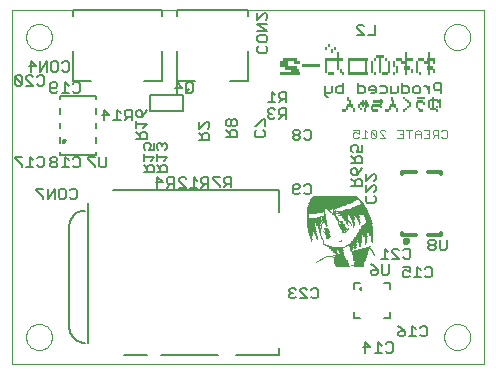
<source format=gbo>
G75*
%MOIN*%
%OFA0B0*%
%FSLAX24Y24*%
%IPPOS*%
%LPD*%
%AMOC8*
5,1,8,0,0,1.08239X$1,22.5*
%
%ADD10C,0.0000*%
%ADD11R,0.0060X0.0010*%
%ADD12R,0.0120X0.0010*%
%ADD13R,0.0180X0.0010*%
%ADD14R,0.0300X0.0010*%
%ADD15R,0.0240X0.0010*%
%ADD16R,0.0360X0.0010*%
%ADD17C,0.0050*%
%ADD18R,0.0094X0.0016*%
%ADD19R,0.0189X0.0016*%
%ADD20R,0.0661X0.0016*%
%ADD21R,0.0283X0.0016*%
%ADD22R,0.0378X0.0016*%
%ADD23R,0.0567X0.0016*%
%ADD24R,0.0472X0.0016*%
%ADD25R,0.0295X0.0012*%
%ADD26R,0.0484X0.0012*%
%ADD27R,0.0307X0.0012*%
%ADD28R,0.0496X0.0012*%
%ADD29R,0.0319X0.0012*%
%ADD30R,0.0331X0.0012*%
%ADD31R,0.0472X0.0012*%
%ADD32R,0.0354X0.0012*%
%ADD33R,0.0461X0.0012*%
%ADD34R,0.0012X0.0012*%
%ADD35R,0.0366X0.0012*%
%ADD36R,0.0437X0.0012*%
%ADD37R,0.0035X0.0012*%
%ADD38R,0.0024X0.0012*%
%ADD39R,0.0449X0.0012*%
%ADD40R,0.0378X0.0012*%
%ADD41R,0.0390X0.0012*%
%ADD42R,0.0425X0.0012*%
%ADD43R,0.0402X0.0012*%
%ADD44R,0.0413X0.0012*%
%ADD45R,0.0047X0.0012*%
%ADD46R,0.0165X0.0012*%
%ADD47R,0.0224X0.0012*%
%ADD48R,0.0189X0.0012*%
%ADD49R,0.0059X0.0012*%
%ADD50R,0.0142X0.0012*%
%ADD51R,0.0094X0.0012*%
%ADD52R,0.0508X0.0012*%
%ADD53R,0.0083X0.0012*%
%ADD54R,0.0520X0.0012*%
%ADD55R,0.0106X0.0012*%
%ADD56R,0.0531X0.0012*%
%ADD57R,0.0118X0.0012*%
%ADD58R,0.0543X0.0012*%
%ADD59R,0.0130X0.0012*%
%ADD60R,0.0154X0.0012*%
%ADD61R,0.0177X0.0012*%
%ADD62R,0.0201X0.0012*%
%ADD63R,0.0260X0.0012*%
%ADD64R,0.0071X0.0012*%
%ADD65R,0.0213X0.0012*%
%ADD66R,0.0248X0.0012*%
%ADD67R,0.0283X0.0012*%
%ADD68R,0.0272X0.0012*%
%ADD69R,0.0236X0.0012*%
%ADD70R,0.1063X0.0012*%
%ADD71R,0.1004X0.0012*%
%ADD72R,0.1016X0.0012*%
%ADD73R,0.0933X0.0012*%
%ADD74R,0.0579X0.0012*%
%ADD75R,0.0874X0.0012*%
%ADD76R,0.0591X0.0012*%
%ADD77R,0.0827X0.0012*%
%ADD78R,0.0780X0.0012*%
%ADD79R,0.0732X0.0012*%
%ADD80R,0.0602X0.0012*%
%ADD81R,0.0709X0.0012*%
%ADD82R,0.0661X0.0012*%
%ADD83R,0.0614X0.0012*%
%ADD84R,0.0980X0.0012*%
%ADD85R,0.1039X0.0012*%
%ADD86R,0.0343X0.0012*%
%ADD87R,0.1075X0.0012*%
%ADD88R,0.1110X0.0012*%
%ADD89R,0.1157X0.0012*%
%ADD90R,0.1181X0.0012*%
%ADD91R,0.1217X0.0012*%
%ADD92R,0.1240X0.0012*%
%ADD93R,0.1252X0.0012*%
%ADD94R,0.1287X0.0012*%
%ADD95R,0.1335X0.0012*%
%ADD96R,0.1370X0.0012*%
%ADD97R,0.1382X0.0012*%
%ADD98R,0.1417X0.0012*%
%ADD99R,0.1429X0.0012*%
%ADD100R,0.1453X0.0012*%
%ADD101R,0.1465X0.0012*%
%ADD102R,0.1488X0.0012*%
%ADD103R,0.1512X0.0012*%
%ADD104R,0.1535X0.0012*%
%ADD105R,0.1547X0.0012*%
%ADD106R,0.1559X0.0012*%
%ADD107R,0.1654X0.0012*%
%ADD108R,0.1642X0.0012*%
%ADD109R,0.1618X0.0012*%
%ADD110R,0.1594X0.0012*%
%ADD111R,0.1583X0.0012*%
%ADD112R,0.1441X0.0012*%
%ADD113C,0.0040*%
%ADD114C,0.0080*%
%ADD115C,0.0060*%
%ADD116C,0.0120*%
%ADD117C,0.0039*%
D10*
X002071Y001060D02*
X002071Y012871D01*
X017819Y012871D01*
X017819Y001060D01*
X002071Y001060D01*
X002544Y001965D02*
X002546Y002006D01*
X002552Y002047D01*
X002562Y002087D01*
X002575Y002126D01*
X002592Y002163D01*
X002613Y002199D01*
X002637Y002233D01*
X002664Y002264D01*
X002693Y002292D01*
X002726Y002318D01*
X002760Y002340D01*
X002797Y002359D01*
X002835Y002374D01*
X002875Y002386D01*
X002915Y002394D01*
X002956Y002398D01*
X002998Y002398D01*
X003039Y002394D01*
X003079Y002386D01*
X003119Y002374D01*
X003157Y002359D01*
X003193Y002340D01*
X003228Y002318D01*
X003261Y002292D01*
X003290Y002264D01*
X003317Y002233D01*
X003341Y002199D01*
X003362Y002163D01*
X003379Y002126D01*
X003392Y002087D01*
X003402Y002047D01*
X003408Y002006D01*
X003410Y001965D01*
X003408Y001924D01*
X003402Y001883D01*
X003392Y001843D01*
X003379Y001804D01*
X003362Y001767D01*
X003341Y001731D01*
X003317Y001697D01*
X003290Y001666D01*
X003261Y001638D01*
X003228Y001612D01*
X003194Y001590D01*
X003157Y001571D01*
X003119Y001556D01*
X003079Y001544D01*
X003039Y001536D01*
X002998Y001532D01*
X002956Y001532D01*
X002915Y001536D01*
X002875Y001544D01*
X002835Y001556D01*
X002797Y001571D01*
X002761Y001590D01*
X002726Y001612D01*
X002693Y001638D01*
X002664Y001666D01*
X002637Y001697D01*
X002613Y001731D01*
X002592Y001767D01*
X002575Y001804D01*
X002562Y001843D01*
X002552Y001883D01*
X002546Y001924D01*
X002544Y001965D01*
X002544Y011965D02*
X002546Y012006D01*
X002552Y012047D01*
X002562Y012087D01*
X002575Y012126D01*
X002592Y012163D01*
X002613Y012199D01*
X002637Y012233D01*
X002664Y012264D01*
X002693Y012292D01*
X002726Y012318D01*
X002760Y012340D01*
X002797Y012359D01*
X002835Y012374D01*
X002875Y012386D01*
X002915Y012394D01*
X002956Y012398D01*
X002998Y012398D01*
X003039Y012394D01*
X003079Y012386D01*
X003119Y012374D01*
X003157Y012359D01*
X003193Y012340D01*
X003228Y012318D01*
X003261Y012292D01*
X003290Y012264D01*
X003317Y012233D01*
X003341Y012199D01*
X003362Y012163D01*
X003379Y012126D01*
X003392Y012087D01*
X003402Y012047D01*
X003408Y012006D01*
X003410Y011965D01*
X003408Y011924D01*
X003402Y011883D01*
X003392Y011843D01*
X003379Y011804D01*
X003362Y011767D01*
X003341Y011731D01*
X003317Y011697D01*
X003290Y011666D01*
X003261Y011638D01*
X003228Y011612D01*
X003194Y011590D01*
X003157Y011571D01*
X003119Y011556D01*
X003079Y011544D01*
X003039Y011536D01*
X002998Y011532D01*
X002956Y011532D01*
X002915Y011536D01*
X002875Y011544D01*
X002835Y011556D01*
X002797Y011571D01*
X002761Y011590D01*
X002726Y011612D01*
X002693Y011638D01*
X002664Y011666D01*
X002637Y011697D01*
X002613Y011731D01*
X002592Y011767D01*
X002575Y011804D01*
X002562Y011843D01*
X002552Y011883D01*
X002546Y011924D01*
X002544Y011965D01*
X016481Y011965D02*
X016483Y012006D01*
X016489Y012047D01*
X016499Y012087D01*
X016512Y012126D01*
X016529Y012163D01*
X016550Y012199D01*
X016574Y012233D01*
X016601Y012264D01*
X016630Y012292D01*
X016663Y012318D01*
X016697Y012340D01*
X016734Y012359D01*
X016772Y012374D01*
X016812Y012386D01*
X016852Y012394D01*
X016893Y012398D01*
X016935Y012398D01*
X016976Y012394D01*
X017016Y012386D01*
X017056Y012374D01*
X017094Y012359D01*
X017130Y012340D01*
X017165Y012318D01*
X017198Y012292D01*
X017227Y012264D01*
X017254Y012233D01*
X017278Y012199D01*
X017299Y012163D01*
X017316Y012126D01*
X017329Y012087D01*
X017339Y012047D01*
X017345Y012006D01*
X017347Y011965D01*
X017345Y011924D01*
X017339Y011883D01*
X017329Y011843D01*
X017316Y011804D01*
X017299Y011767D01*
X017278Y011731D01*
X017254Y011697D01*
X017227Y011666D01*
X017198Y011638D01*
X017165Y011612D01*
X017131Y011590D01*
X017094Y011571D01*
X017056Y011556D01*
X017016Y011544D01*
X016976Y011536D01*
X016935Y011532D01*
X016893Y011532D01*
X016852Y011536D01*
X016812Y011544D01*
X016772Y011556D01*
X016734Y011571D01*
X016698Y011590D01*
X016663Y011612D01*
X016630Y011638D01*
X016601Y011666D01*
X016574Y011697D01*
X016550Y011731D01*
X016529Y011767D01*
X016512Y011804D01*
X016499Y011843D01*
X016489Y011883D01*
X016483Y011924D01*
X016481Y011965D01*
X016481Y001965D02*
X016483Y002006D01*
X016489Y002047D01*
X016499Y002087D01*
X016512Y002126D01*
X016529Y002163D01*
X016550Y002199D01*
X016574Y002233D01*
X016601Y002264D01*
X016630Y002292D01*
X016663Y002318D01*
X016697Y002340D01*
X016734Y002359D01*
X016772Y002374D01*
X016812Y002386D01*
X016852Y002394D01*
X016893Y002398D01*
X016935Y002398D01*
X016976Y002394D01*
X017016Y002386D01*
X017056Y002374D01*
X017094Y002359D01*
X017130Y002340D01*
X017165Y002318D01*
X017198Y002292D01*
X017227Y002264D01*
X017254Y002233D01*
X017278Y002199D01*
X017299Y002163D01*
X017316Y002126D01*
X017329Y002087D01*
X017339Y002047D01*
X017345Y002006D01*
X017347Y001965D01*
X017345Y001924D01*
X017339Y001883D01*
X017329Y001843D01*
X017316Y001804D01*
X017299Y001767D01*
X017278Y001731D01*
X017254Y001697D01*
X017227Y001666D01*
X017198Y001638D01*
X017165Y001612D01*
X017131Y001590D01*
X017094Y001571D01*
X017056Y001556D01*
X017016Y001544D01*
X016976Y001536D01*
X016935Y001532D01*
X016893Y001532D01*
X016852Y001536D01*
X016812Y001544D01*
X016772Y001556D01*
X016734Y001571D01*
X016698Y001590D01*
X016663Y001612D01*
X016630Y001638D01*
X016601Y001666D01*
X016574Y001697D01*
X016550Y001731D01*
X016529Y001767D01*
X016512Y001804D01*
X016499Y001843D01*
X016489Y001883D01*
X016483Y001924D01*
X016481Y001965D01*
D11*
X016232Y009464D03*
X016232Y009474D03*
X016232Y009484D03*
X016232Y009494D03*
X016232Y009504D03*
X016232Y009514D03*
X016232Y009584D03*
X016232Y009594D03*
X016232Y009604D03*
X016232Y009614D03*
X016232Y009624D03*
X016232Y009634D03*
X016352Y009634D03*
X016352Y009624D03*
X016352Y009614D03*
X016352Y009604D03*
X016352Y009594D03*
X016352Y009584D03*
X016352Y009644D03*
X016352Y009654D03*
X016352Y009664D03*
X016352Y009674D03*
X016352Y009684D03*
X016352Y009694D03*
X016352Y009704D03*
X016352Y009714D03*
X016352Y009724D03*
X016352Y009734D03*
X016352Y009744D03*
X016352Y009754D03*
X016352Y009824D03*
X016352Y009834D03*
X016352Y009844D03*
X016352Y009854D03*
X016352Y009864D03*
X016352Y009874D03*
X016112Y009884D03*
X016112Y009894D03*
X016112Y009904D03*
X016112Y009914D03*
X016112Y009924D03*
X016112Y009934D03*
X016112Y009814D03*
X016112Y009804D03*
X016112Y009794D03*
X016112Y009784D03*
X016112Y009774D03*
X016112Y009764D03*
X016112Y009754D03*
X016112Y009744D03*
X016112Y009734D03*
X016112Y009724D03*
X016112Y009714D03*
X016112Y009704D03*
X016112Y009694D03*
X016112Y009684D03*
X016112Y009674D03*
X016112Y009664D03*
X016112Y009654D03*
X016112Y009644D03*
X016112Y009634D03*
X016112Y009624D03*
X016112Y009614D03*
X016112Y009604D03*
X016112Y009594D03*
X016112Y009584D03*
X015992Y009584D03*
X015992Y009594D03*
X015992Y009604D03*
X015992Y009614D03*
X015992Y009624D03*
X015992Y009634D03*
X015992Y009644D03*
X015992Y009654D03*
X015992Y009664D03*
X015992Y009674D03*
X015992Y009684D03*
X015992Y009694D03*
X015992Y009704D03*
X015992Y009714D03*
X015992Y009724D03*
X015992Y009734D03*
X015992Y009744D03*
X015992Y009754D03*
X015992Y009764D03*
X015992Y009774D03*
X015992Y009784D03*
X015992Y009794D03*
X015992Y009804D03*
X015992Y009814D03*
X015812Y009754D03*
X015812Y009744D03*
X015812Y009734D03*
X015812Y009724D03*
X015812Y009714D03*
X015812Y009704D03*
X015632Y009574D03*
X015632Y009564D03*
X015632Y009554D03*
X015632Y009544D03*
X015632Y009534D03*
X015632Y009524D03*
X015572Y009584D03*
X015572Y009594D03*
X015572Y009604D03*
X015572Y009614D03*
X015572Y009624D03*
X015572Y009634D03*
X015572Y009644D03*
X015572Y009654D03*
X015572Y009664D03*
X015572Y009674D03*
X015572Y009684D03*
X015572Y009694D03*
X015572Y009704D03*
X015572Y009714D03*
X015572Y009724D03*
X015572Y009734D03*
X015572Y009744D03*
X015572Y009754D03*
X015332Y009754D03*
X015332Y009744D03*
X015332Y009734D03*
X015332Y009724D03*
X015332Y009714D03*
X015332Y009704D03*
X015332Y009694D03*
X015332Y009684D03*
X015332Y009674D03*
X015332Y009664D03*
X015332Y009654D03*
X015332Y009644D03*
X015272Y009634D03*
X015272Y009624D03*
X015272Y009614D03*
X015272Y009604D03*
X015272Y009594D03*
X015272Y009584D03*
X015212Y009574D03*
X015212Y009564D03*
X015212Y009554D03*
X015212Y009544D03*
X015212Y009534D03*
X015212Y009524D03*
X015152Y009514D03*
X015152Y009504D03*
X015152Y009494D03*
X015152Y009484D03*
X015152Y009474D03*
X015152Y009464D03*
X014912Y009474D03*
X014912Y009484D03*
X014912Y009494D03*
X014912Y009504D03*
X014912Y009514D03*
X014912Y009524D03*
X014912Y009534D03*
X014912Y009544D03*
X014912Y009554D03*
X014912Y009564D03*
X014912Y009574D03*
X014852Y009584D03*
X014852Y009594D03*
X014852Y009604D03*
X014852Y009614D03*
X014852Y009624D03*
X014852Y009634D03*
X014792Y009704D03*
X014792Y009714D03*
X014792Y009724D03*
X014792Y009734D03*
X014792Y009744D03*
X014792Y009754D03*
X014792Y009764D03*
X014792Y009774D03*
X014792Y009784D03*
X014792Y009794D03*
X014792Y009804D03*
X014792Y009814D03*
X014732Y009824D03*
X014732Y009834D03*
X014732Y009844D03*
X014732Y009854D03*
X014732Y009864D03*
X014732Y009874D03*
X014732Y009884D03*
X014732Y009894D03*
X014732Y009904D03*
X014732Y009914D03*
X014732Y009924D03*
X014732Y009934D03*
X014672Y009634D03*
X014672Y009624D03*
X014672Y009614D03*
X014672Y009604D03*
X014672Y009594D03*
X014672Y009584D03*
X014672Y009574D03*
X014672Y009564D03*
X014672Y009554D03*
X014672Y009544D03*
X014672Y009534D03*
X014672Y009524D03*
X014372Y009584D03*
X014372Y009594D03*
X014372Y009604D03*
X014372Y009614D03*
X014372Y009624D03*
X014372Y009634D03*
X014372Y009704D03*
X014372Y009714D03*
X014372Y009724D03*
X014372Y009734D03*
X014372Y009744D03*
X014372Y009754D03*
X014372Y009824D03*
X014372Y009834D03*
X014372Y009844D03*
X014372Y009854D03*
X014372Y009864D03*
X014372Y009874D03*
X014072Y009634D03*
X014072Y009624D03*
X014072Y009614D03*
X014072Y009604D03*
X014072Y009594D03*
X014072Y009584D03*
X014072Y009574D03*
X014072Y009564D03*
X014072Y009554D03*
X014072Y009544D03*
X014072Y009534D03*
X014072Y009524D03*
X013892Y009584D03*
X013892Y009594D03*
X013892Y009604D03*
X013892Y009614D03*
X013892Y009624D03*
X013892Y009634D03*
X013832Y009574D03*
X013832Y009564D03*
X013832Y009554D03*
X013832Y009544D03*
X013832Y009534D03*
X013832Y009524D03*
X013832Y009514D03*
X013832Y009504D03*
X013832Y009494D03*
X013832Y009484D03*
X013832Y009474D03*
X013832Y009464D03*
X013712Y009524D03*
X013712Y009534D03*
X013712Y009544D03*
X013712Y009554D03*
X013712Y009564D03*
X013712Y009574D03*
X013652Y009584D03*
X013652Y009594D03*
X013652Y009604D03*
X013652Y009614D03*
X013652Y009624D03*
X013652Y009634D03*
X013652Y009644D03*
X013652Y009654D03*
X013652Y009664D03*
X013652Y009674D03*
X013652Y009684D03*
X013652Y009694D03*
X013772Y009694D03*
X013772Y009684D03*
X013772Y009674D03*
X013772Y009664D03*
X013772Y009654D03*
X013772Y009644D03*
X013772Y009764D03*
X013772Y009774D03*
X013772Y009784D03*
X013772Y009794D03*
X013772Y009804D03*
X013772Y009814D03*
X013892Y009814D03*
X013892Y009804D03*
X013892Y009794D03*
X013892Y009784D03*
X013892Y009774D03*
X013892Y009764D03*
X013472Y009574D03*
X013472Y009564D03*
X013472Y009554D03*
X013472Y009544D03*
X013472Y009534D03*
X013472Y009524D03*
X013472Y009514D03*
X013472Y009504D03*
X013472Y009494D03*
X013472Y009484D03*
X013472Y009474D03*
X013472Y009464D03*
X013412Y009584D03*
X013412Y009594D03*
X013412Y009604D03*
X013412Y009614D03*
X013412Y009624D03*
X013412Y009634D03*
X013352Y009704D03*
X013352Y009714D03*
X013352Y009724D03*
X013352Y009734D03*
X013352Y009744D03*
X013352Y009754D03*
X013352Y009764D03*
X013352Y009774D03*
X013352Y009784D03*
X013352Y009794D03*
X013352Y009804D03*
X013352Y009814D03*
X013292Y009824D03*
X013292Y009834D03*
X013292Y009844D03*
X013292Y009854D03*
X013292Y009864D03*
X013292Y009874D03*
X013292Y009884D03*
X013292Y009894D03*
X013292Y009904D03*
X013292Y009914D03*
X013292Y009924D03*
X013292Y009934D03*
X013232Y009634D03*
X013232Y009624D03*
X013232Y009614D03*
X013232Y009604D03*
X013232Y009594D03*
X013232Y009584D03*
X013232Y009574D03*
X013232Y009564D03*
X013232Y009554D03*
X013232Y009544D03*
X013232Y009534D03*
X013232Y009524D03*
X015152Y009884D03*
X015152Y009894D03*
X015152Y009904D03*
X015152Y009914D03*
X015152Y009924D03*
X015152Y009934D03*
X015212Y009874D03*
X015212Y009864D03*
X015212Y009854D03*
X015212Y009844D03*
X015212Y009834D03*
X015212Y009824D03*
X015272Y009814D03*
X015272Y009804D03*
X015272Y009794D03*
X015272Y009784D03*
X015272Y009774D03*
X015272Y009764D03*
D12*
X015722Y009514D03*
X015722Y009504D03*
X015722Y009494D03*
X015722Y009484D03*
X015722Y009474D03*
X015722Y009464D03*
X016322Y009764D03*
X016322Y009774D03*
X016322Y009784D03*
X016322Y009794D03*
X016322Y009804D03*
X016322Y009814D03*
X014582Y009514D03*
X014582Y009504D03*
X014582Y009494D03*
X014582Y009484D03*
X014582Y009474D03*
X014582Y009464D03*
X013922Y009644D03*
X013922Y009654D03*
X013922Y009664D03*
X013922Y009674D03*
X013922Y009684D03*
X013922Y009694D03*
X013142Y009514D03*
X013142Y009504D03*
X013142Y009494D03*
X013142Y009484D03*
X013142Y009474D03*
X013142Y009464D03*
D13*
X013352Y009644D03*
X013352Y009654D03*
X013352Y009664D03*
X013352Y009674D03*
X013352Y009684D03*
X013352Y009694D03*
X014192Y009514D03*
X014192Y009504D03*
X014192Y009494D03*
X014192Y009484D03*
X014192Y009474D03*
X014192Y009464D03*
X014792Y009644D03*
X014792Y009654D03*
X014792Y009664D03*
X014792Y009674D03*
X014792Y009684D03*
X014792Y009694D03*
X015692Y009764D03*
X015692Y009774D03*
X015692Y009784D03*
X015692Y009794D03*
X015692Y009804D03*
X015692Y009814D03*
X016112Y009574D03*
X016112Y009564D03*
X016112Y009554D03*
X016112Y009544D03*
X016112Y009534D03*
X016112Y009524D03*
D14*
X014252Y009644D03*
X014252Y009654D03*
X014252Y009664D03*
X014252Y009674D03*
X014252Y009684D03*
X014252Y009694D03*
D15*
X013802Y009704D03*
X013802Y009714D03*
X013802Y009724D03*
X013802Y009734D03*
X013802Y009744D03*
X013802Y009754D03*
X015722Y009884D03*
X015722Y009894D03*
X015722Y009904D03*
X015722Y009914D03*
X015722Y009924D03*
X015722Y009934D03*
X016142Y009874D03*
X016142Y009864D03*
X016142Y009854D03*
X016142Y009844D03*
X016142Y009834D03*
X016142Y009824D03*
D16*
X014282Y009814D03*
X014282Y009804D03*
X014282Y009794D03*
X014282Y009784D03*
X014282Y009774D03*
X014282Y009764D03*
D17*
X014347Y010085D02*
X014523Y010085D01*
X014581Y010143D01*
X014581Y010260D01*
X014523Y010318D01*
X014347Y010318D01*
X014213Y010260D02*
X014154Y010318D01*
X014037Y010318D01*
X013979Y010260D01*
X013979Y010202D01*
X014213Y010202D01*
X014213Y010260D02*
X014213Y010143D01*
X014154Y010085D01*
X014037Y010085D01*
X013844Y010143D02*
X013844Y010260D01*
X013786Y010318D01*
X013611Y010318D01*
X013611Y010435D02*
X013611Y010085D01*
X013786Y010085D01*
X013844Y010143D01*
X013108Y010085D02*
X012933Y010085D01*
X012874Y010143D01*
X012874Y010260D01*
X012933Y010318D01*
X013108Y010318D01*
X013108Y010435D02*
X013108Y010085D01*
X012739Y010143D02*
X012739Y010318D01*
X012506Y010318D02*
X012506Y010027D01*
X012564Y009968D01*
X012623Y009968D01*
X012681Y010085D02*
X012506Y010085D01*
X012681Y010085D02*
X012739Y010143D01*
X011219Y010136D02*
X011219Y009786D01*
X011219Y009902D02*
X011044Y009902D01*
X010986Y009961D01*
X010986Y010078D01*
X011044Y010136D01*
X011219Y010136D01*
X011103Y009902D02*
X010986Y009786D01*
X010851Y009786D02*
X010618Y009786D01*
X010734Y009786D02*
X010734Y010136D01*
X010851Y010019D01*
X010793Y009585D02*
X010676Y009585D01*
X010618Y009526D01*
X010618Y009468D01*
X010676Y009410D01*
X010618Y009351D01*
X010618Y009293D01*
X010676Y009235D01*
X010793Y009235D01*
X010851Y009293D01*
X010986Y009235D02*
X011103Y009351D01*
X011044Y009351D02*
X011219Y009351D01*
X011219Y009235D02*
X011219Y009585D01*
X011044Y009585D01*
X010986Y009526D01*
X010986Y009410D01*
X011044Y009351D01*
X010851Y009526D02*
X010793Y009585D01*
X010734Y009410D02*
X010676Y009410D01*
X010511Y009218D02*
X010453Y009218D01*
X010219Y008984D01*
X010161Y008984D01*
X010219Y008850D02*
X010161Y008791D01*
X010161Y008674D01*
X010219Y008616D01*
X010453Y008616D01*
X010511Y008674D01*
X010511Y008791D01*
X010453Y008850D01*
X010511Y008984D02*
X010511Y009218D01*
X009566Y009159D02*
X009566Y009043D01*
X009508Y008984D01*
X009449Y008984D01*
X009391Y009043D01*
X009391Y009159D01*
X009333Y009218D01*
X009274Y009218D01*
X009216Y009159D01*
X009216Y009043D01*
X009274Y008984D01*
X009333Y008984D01*
X009391Y009043D01*
X009391Y009159D02*
X009449Y009218D01*
X009508Y009218D01*
X009566Y009159D01*
X009508Y008850D02*
X009391Y008850D01*
X009333Y008791D01*
X009333Y008616D01*
X009333Y008733D02*
X009216Y008850D01*
X009508Y008850D02*
X009566Y008791D01*
X009566Y008616D01*
X009216Y008616D01*
X008657Y008537D02*
X008657Y008712D01*
X008598Y008771D01*
X008482Y008771D01*
X008423Y008712D01*
X008423Y008537D01*
X008306Y008537D02*
X008657Y008537D01*
X008423Y008654D02*
X008306Y008771D01*
X008306Y008906D02*
X008540Y009139D01*
X008598Y009139D01*
X008657Y009081D01*
X008657Y008964D01*
X008598Y008906D01*
X008306Y008906D02*
X008306Y009139D01*
X007250Y008375D02*
X007191Y008433D01*
X007133Y008433D01*
X007074Y008375D01*
X007016Y008433D01*
X006958Y008433D01*
X006899Y008375D01*
X006899Y008258D01*
X006958Y008200D01*
X006817Y008200D02*
X006641Y008200D01*
X006700Y008316D01*
X006700Y008375D01*
X006641Y008433D01*
X006525Y008433D01*
X006466Y008375D01*
X006466Y008258D01*
X006525Y008200D01*
X006466Y008065D02*
X006466Y007831D01*
X006466Y007948D02*
X006817Y007948D01*
X006700Y007831D01*
X006758Y007696D02*
X006641Y007696D01*
X006583Y007638D01*
X006583Y007463D01*
X006583Y007580D02*
X006466Y007696D01*
X006466Y007463D02*
X006817Y007463D01*
X006817Y007638D01*
X006758Y007696D01*
X006899Y007696D02*
X007016Y007580D01*
X007016Y007638D02*
X007016Y007463D01*
X006899Y007463D02*
X007250Y007463D01*
X007250Y007638D01*
X007191Y007696D01*
X007074Y007696D01*
X007016Y007638D01*
X006899Y007831D02*
X006899Y008065D01*
X006899Y007948D02*
X007250Y007948D01*
X007133Y007831D01*
X007191Y008200D02*
X007250Y008258D01*
X007250Y008375D01*
X007074Y008375D02*
X007074Y008316D01*
X006817Y008200D02*
X006817Y008433D01*
X006574Y008563D02*
X006574Y008738D01*
X006516Y008796D01*
X006399Y008796D01*
X006340Y008738D01*
X006340Y008563D01*
X006224Y008563D02*
X006574Y008563D01*
X006340Y008679D02*
X006224Y008796D01*
X006224Y008931D02*
X006224Y009165D01*
X006224Y009048D02*
X006574Y009048D01*
X006457Y008931D01*
X006062Y009195D02*
X006062Y009545D01*
X005887Y009545D01*
X005828Y009487D01*
X005828Y009370D01*
X005887Y009312D01*
X006062Y009312D01*
X005945Y009312D02*
X005828Y009195D01*
X005694Y009195D02*
X005460Y009195D01*
X005577Y009195D02*
X005577Y009545D01*
X005694Y009429D01*
X005325Y009370D02*
X005092Y009370D01*
X005150Y009195D02*
X005150Y009545D01*
X005325Y009370D01*
X004866Y009406D02*
X004866Y009603D01*
X004866Y009899D02*
X004866Y009997D01*
X003685Y009997D01*
X003685Y009899D01*
X003728Y010101D02*
X003961Y010101D01*
X003845Y010101D02*
X003845Y010451D01*
X003961Y010334D01*
X004096Y010393D02*
X004154Y010451D01*
X004271Y010451D01*
X004330Y010393D01*
X004330Y010159D01*
X004271Y010101D01*
X004154Y010101D01*
X004096Y010159D01*
X004118Y010509D02*
X004709Y010509D01*
X004118Y010509D02*
X004118Y011493D01*
X003917Y011160D02*
X003975Y011101D01*
X003975Y010868D01*
X003917Y010809D01*
X003800Y010809D01*
X003742Y010868D01*
X003607Y010868D02*
X003549Y010809D01*
X003432Y010809D01*
X003373Y010868D01*
X003373Y011101D01*
X003432Y011160D01*
X003549Y011160D01*
X003607Y011101D01*
X003607Y010868D01*
X003742Y011101D02*
X003800Y011160D01*
X003917Y011160D01*
X003239Y011160D02*
X003239Y010809D01*
X003090Y010687D02*
X002973Y010687D01*
X002915Y010629D01*
X002780Y010629D02*
X002722Y010687D01*
X002605Y010687D01*
X002547Y010629D01*
X002547Y010570D01*
X002780Y010337D01*
X002547Y010337D01*
X002412Y010395D02*
X002178Y010629D01*
X002178Y010395D01*
X002237Y010337D01*
X002354Y010337D01*
X002412Y010395D01*
X002412Y010629D01*
X002354Y010687D01*
X002237Y010687D01*
X002178Y010629D01*
X002695Y010809D02*
X002695Y011160D01*
X002870Y010984D01*
X002637Y010984D01*
X003005Y010809D02*
X003005Y011160D01*
X003239Y011160D02*
X003005Y010809D01*
X003090Y010687D02*
X003149Y010629D01*
X003149Y010395D01*
X003090Y010337D01*
X002973Y010337D01*
X002915Y010395D01*
X003359Y010393D02*
X003359Y010159D01*
X003418Y010101D01*
X003535Y010101D01*
X003593Y010159D01*
X003535Y010276D02*
X003359Y010276D01*
X003359Y010393D02*
X003418Y010451D01*
X003535Y010451D01*
X003593Y010393D01*
X003593Y010334D01*
X003535Y010276D01*
X003685Y009603D02*
X003685Y009406D01*
X003685Y009111D02*
X003685Y008914D01*
X003685Y008619D02*
X003685Y008422D01*
X003784Y008422D02*
X003882Y008521D01*
X003784Y008521D01*
X003784Y008422D01*
X003784Y008432D02*
X003794Y008432D01*
X003784Y008480D02*
X003842Y008480D01*
X003685Y008127D02*
X003685Y008028D01*
X004866Y008028D01*
X004866Y008127D01*
X004855Y007964D02*
X004622Y007964D01*
X004622Y007906D01*
X004855Y007672D01*
X004855Y007614D01*
X004990Y007672D02*
X004990Y007964D01*
X005224Y007964D02*
X005224Y007672D01*
X005165Y007614D01*
X005049Y007614D01*
X004990Y007672D01*
X004330Y007679D02*
X004271Y007620D01*
X004154Y007620D01*
X004096Y007679D01*
X003961Y007620D02*
X003728Y007620D01*
X003845Y007620D02*
X003845Y007971D01*
X003961Y007854D01*
X004096Y007912D02*
X004154Y007971D01*
X004271Y007971D01*
X004330Y007912D01*
X004330Y007679D01*
X003593Y007679D02*
X003593Y007737D01*
X003535Y007796D01*
X003418Y007796D01*
X003359Y007737D01*
X003359Y007679D01*
X003418Y007620D01*
X003535Y007620D01*
X003593Y007679D01*
X003535Y007796D02*
X003593Y007854D01*
X003593Y007912D01*
X003535Y007971D01*
X003418Y007971D01*
X003359Y007912D01*
X003359Y007854D01*
X003418Y007796D01*
X003149Y007683D02*
X003090Y007624D01*
X002973Y007624D01*
X002915Y007683D01*
X002780Y007624D02*
X002547Y007624D01*
X002663Y007624D02*
X002663Y007975D01*
X002780Y007858D01*
X002915Y007916D02*
X002973Y007975D01*
X003090Y007975D01*
X003149Y007916D01*
X003149Y007683D01*
X002412Y007683D02*
X002412Y007624D01*
X002412Y007683D02*
X002178Y007916D01*
X002178Y007975D01*
X002412Y007975D01*
X002893Y006908D02*
X002893Y006849D01*
X003126Y006616D01*
X003126Y006557D01*
X003261Y006557D02*
X003261Y006908D01*
X003126Y006908D02*
X002893Y006908D01*
X003261Y006557D02*
X003495Y006908D01*
X003495Y006557D01*
X003629Y006616D02*
X003629Y006849D01*
X003688Y006908D01*
X003805Y006908D01*
X003863Y006849D01*
X003863Y006616D01*
X003805Y006557D01*
X003688Y006557D01*
X003629Y006616D01*
X003998Y006616D02*
X004056Y006557D01*
X004173Y006557D01*
X004231Y006616D01*
X004231Y006849D01*
X004173Y006908D01*
X004056Y006908D01*
X003998Y006849D01*
X004866Y008422D02*
X004866Y008619D01*
X004866Y008914D02*
X004866Y009111D01*
X006224Y009358D02*
X006224Y009474D01*
X006282Y009533D01*
X006340Y009533D01*
X006399Y009474D01*
X006399Y009299D01*
X006282Y009299D01*
X006224Y009358D01*
X006399Y009299D02*
X006516Y009416D01*
X006574Y009533D01*
X007566Y010101D02*
X007566Y010451D01*
X007741Y010276D01*
X007507Y010276D01*
X007583Y010509D02*
X008174Y010509D01*
X008109Y010393D02*
X008051Y010451D01*
X007934Y010451D01*
X007876Y010393D01*
X007876Y010159D01*
X007934Y010101D01*
X008051Y010101D01*
X008109Y010159D01*
X008109Y010393D01*
X007992Y010217D02*
X007876Y010101D01*
X007583Y010509D02*
X007583Y011493D01*
X007071Y011493D02*
X007071Y010509D01*
X006481Y010509D01*
X007071Y012674D02*
X007071Y012871D01*
X004118Y012871D01*
X004118Y012674D01*
X007583Y012674D02*
X007583Y012871D01*
X009945Y012871D01*
X009945Y012674D01*
X010239Y012761D02*
X010239Y012528D01*
X010473Y012761D01*
X010531Y012761D01*
X010590Y012703D01*
X010590Y012586D01*
X010531Y012528D01*
X010590Y012393D02*
X010239Y012393D01*
X010590Y012159D01*
X010239Y012159D01*
X010298Y012025D02*
X010239Y011966D01*
X010239Y011849D01*
X010298Y011791D01*
X010531Y011791D01*
X010590Y011849D01*
X010590Y011966D01*
X010531Y012025D01*
X010298Y012025D01*
X010298Y011656D02*
X010239Y011598D01*
X010239Y011481D01*
X010298Y011423D01*
X010531Y011423D01*
X010590Y011481D01*
X010590Y011598D01*
X010531Y011656D01*
X009945Y011493D02*
X009945Y010509D01*
X009355Y010509D01*
X011444Y008818D02*
X011444Y008759D01*
X011503Y008701D01*
X011619Y008701D01*
X011678Y008759D01*
X011678Y008818D01*
X011619Y008876D01*
X011503Y008876D01*
X011444Y008818D01*
X011503Y008701D02*
X011444Y008643D01*
X011444Y008584D01*
X011503Y008526D01*
X011619Y008526D01*
X011678Y008584D01*
X011678Y008643D01*
X011619Y008701D01*
X011813Y008584D02*
X011871Y008526D01*
X011988Y008526D01*
X012046Y008584D01*
X012046Y008818D01*
X011988Y008876D01*
X011871Y008876D01*
X011813Y008818D01*
X013389Y008293D02*
X013389Y008177D01*
X013447Y008118D01*
X013564Y008118D02*
X013623Y008235D01*
X013623Y008293D01*
X013564Y008352D01*
X013447Y008352D01*
X013389Y008293D01*
X013564Y008118D02*
X013739Y008118D01*
X013739Y008352D01*
X013681Y007983D02*
X013564Y007983D01*
X013506Y007925D01*
X013506Y007750D01*
X013506Y007867D02*
X013389Y007983D01*
X013389Y007750D02*
X013739Y007750D01*
X013739Y007925D01*
X013681Y007983D01*
X013739Y007604D02*
X013681Y007487D01*
X013564Y007370D01*
X013564Y007545D01*
X013506Y007604D01*
X013447Y007604D01*
X013389Y007545D01*
X013389Y007429D01*
X013447Y007370D01*
X013564Y007370D01*
X013564Y007235D02*
X013506Y007177D01*
X013506Y007002D01*
X013506Y007119D02*
X013389Y007235D01*
X013564Y007235D02*
X013681Y007235D01*
X013739Y007177D01*
X013739Y007002D01*
X013389Y007002D01*
X013868Y007041D02*
X013868Y006808D01*
X014101Y007041D01*
X014160Y007041D01*
X014218Y006983D01*
X014218Y006866D01*
X014160Y006808D01*
X014160Y006673D02*
X014218Y006614D01*
X014218Y006498D01*
X014160Y006439D01*
X013926Y006439D01*
X013868Y006498D01*
X013868Y006614D01*
X013926Y006673D01*
X013868Y007176D02*
X014101Y007409D01*
X014160Y007409D01*
X014218Y007351D01*
X014218Y007234D01*
X014160Y007176D01*
X013868Y007176D02*
X013868Y007409D01*
X012046Y007007D02*
X012046Y006773D01*
X011988Y006715D01*
X011871Y006715D01*
X011813Y006773D01*
X011678Y006773D02*
X011619Y006715D01*
X011503Y006715D01*
X011444Y006773D01*
X011444Y007007D01*
X011503Y007065D01*
X011619Y007065D01*
X011678Y007007D01*
X011678Y006948D01*
X011619Y006890D01*
X011444Y006890D01*
X011813Y007007D02*
X011871Y007065D01*
X011988Y007065D01*
X012046Y007007D01*
X009369Y006951D02*
X009369Y007301D01*
X009194Y007301D01*
X009135Y007243D01*
X009135Y007126D01*
X009194Y007068D01*
X009369Y007068D01*
X009252Y007068D02*
X009135Y006951D01*
X009001Y006951D02*
X009001Y007009D01*
X008767Y007243D01*
X008767Y007301D01*
X009001Y007301D01*
X008624Y007295D02*
X008624Y006945D01*
X008624Y007062D02*
X008448Y007062D01*
X008390Y007120D01*
X008390Y007237D01*
X008448Y007295D01*
X008624Y007295D01*
X008507Y007062D02*
X008390Y006945D01*
X008255Y006945D02*
X008022Y006945D01*
X008138Y006945D02*
X008138Y007295D01*
X008255Y007178D01*
X007887Y007237D02*
X007829Y007295D01*
X007712Y007295D01*
X007653Y007237D01*
X007653Y007178D01*
X007887Y006945D01*
X007653Y006945D01*
X007468Y006945D02*
X007468Y007295D01*
X007293Y007295D01*
X007234Y007237D01*
X007234Y007120D01*
X007293Y007062D01*
X007468Y007062D01*
X007351Y007062D02*
X007234Y006945D01*
X007100Y007120D02*
X006866Y007120D01*
X006924Y006945D02*
X006924Y007295D01*
X007100Y007120D01*
X011312Y003542D02*
X011312Y003484D01*
X011371Y003425D01*
X011312Y003367D01*
X011312Y003309D01*
X011371Y003250D01*
X011487Y003250D01*
X011546Y003309D01*
X011681Y003250D02*
X011914Y003250D01*
X011681Y003484D01*
X011681Y003542D01*
X011739Y003601D01*
X011856Y003601D01*
X011914Y003542D01*
X012049Y003542D02*
X012107Y003601D01*
X012224Y003601D01*
X012282Y003542D01*
X012282Y003309D01*
X012224Y003250D01*
X012107Y003250D01*
X012049Y003309D01*
X011546Y003542D02*
X011487Y003601D01*
X011371Y003601D01*
X011312Y003542D01*
X011371Y003425D02*
X011429Y003425D01*
X013488Y003580D02*
X013488Y003776D01*
X013685Y003776D01*
X014031Y004090D02*
X014031Y004148D01*
X014090Y004207D01*
X014265Y004207D01*
X014265Y004090D01*
X014207Y004031D01*
X014090Y004031D01*
X014031Y004090D01*
X014148Y004323D02*
X014265Y004207D01*
X014148Y004323D02*
X014031Y004382D01*
X014400Y004382D02*
X014400Y004090D01*
X014458Y004031D01*
X014575Y004031D01*
X014633Y004090D01*
X014633Y004382D01*
X014617Y004561D02*
X014383Y004561D01*
X014500Y004561D02*
X014500Y004912D01*
X014617Y004795D01*
X014751Y004795D02*
X014751Y004853D01*
X014810Y004912D01*
X014927Y004912D01*
X014985Y004853D01*
X015120Y004853D02*
X015178Y004912D01*
X015295Y004912D01*
X015353Y004853D01*
X015353Y004620D01*
X015295Y004561D01*
X015178Y004561D01*
X015120Y004620D01*
X014985Y004561D02*
X014751Y004795D01*
X014751Y004561D02*
X014985Y004561D01*
X015094Y004303D02*
X015328Y004303D01*
X015328Y004128D01*
X015211Y004186D01*
X015153Y004186D01*
X015094Y004128D01*
X015094Y004011D01*
X015153Y003953D01*
X015269Y003953D01*
X015328Y004011D01*
X015463Y003953D02*
X015696Y003953D01*
X015579Y003953D02*
X015579Y004303D01*
X015696Y004186D01*
X015831Y004245D02*
X015889Y004303D01*
X016006Y004303D01*
X016065Y004245D01*
X016065Y004011D01*
X016006Y003953D01*
X015889Y003953D01*
X015831Y004011D01*
X016019Y004858D02*
X016136Y004858D01*
X016194Y004917D01*
X016194Y004975D01*
X016136Y005033D01*
X016019Y005033D01*
X015960Y004975D01*
X015960Y004917D01*
X016019Y004858D01*
X016019Y005033D02*
X015960Y005092D01*
X015960Y005150D01*
X016019Y005208D01*
X016136Y005208D01*
X016194Y005150D01*
X016194Y005092D01*
X016136Y005033D01*
X016329Y004917D02*
X016329Y005208D01*
X016562Y005208D02*
X016562Y004917D01*
X016504Y004858D01*
X016387Y004858D01*
X016329Y004917D01*
X014670Y003776D02*
X014473Y003776D01*
X014670Y003776D02*
X014670Y003580D01*
X014670Y002792D02*
X014670Y002595D01*
X014473Y002595D01*
X014937Y002334D02*
X015054Y002276D01*
X015170Y002159D01*
X014995Y002159D01*
X014937Y002101D01*
X014937Y002043D01*
X014995Y001984D01*
X015112Y001984D01*
X015170Y002043D01*
X015170Y002159D01*
X015305Y001984D02*
X015539Y001984D01*
X015422Y001984D02*
X015422Y002334D01*
X015539Y002218D01*
X015673Y002276D02*
X015732Y002334D01*
X015849Y002334D01*
X015907Y002276D01*
X015907Y002043D01*
X015849Y001984D01*
X015732Y001984D01*
X015673Y002043D01*
X014763Y001731D02*
X014763Y001498D01*
X014704Y001439D01*
X014588Y001439D01*
X014529Y001498D01*
X014394Y001439D02*
X014161Y001439D01*
X014278Y001439D02*
X014278Y001790D01*
X014394Y001673D01*
X014529Y001731D02*
X014588Y001790D01*
X014704Y001790D01*
X014763Y001731D01*
X014026Y001614D02*
X013793Y001614D01*
X013851Y001439D02*
X013851Y001790D01*
X014026Y001614D01*
X013685Y002595D02*
X013488Y002595D01*
X013488Y002792D01*
X014716Y010085D02*
X014716Y010318D01*
X014949Y010318D02*
X014949Y010143D01*
X014891Y010085D01*
X014716Y010085D01*
X015084Y010085D02*
X015084Y010435D01*
X015084Y010318D02*
X015259Y010318D01*
X015318Y010260D01*
X015318Y010143D01*
X015259Y010085D01*
X015084Y010085D01*
X015452Y010143D02*
X015452Y010260D01*
X015511Y010318D01*
X015628Y010318D01*
X015686Y010260D01*
X015686Y010143D01*
X015628Y010085D01*
X015511Y010085D01*
X015452Y010143D01*
X015818Y010318D02*
X015876Y010318D01*
X015993Y010202D01*
X015993Y010318D02*
X015993Y010085D01*
X016128Y010260D02*
X016186Y010202D01*
X016361Y010202D01*
X016361Y010085D02*
X016361Y010435D01*
X016186Y010435D01*
X016128Y010377D01*
X016128Y010260D01*
X014172Y012030D02*
X013939Y012030D01*
X013804Y012030D02*
X013570Y012263D01*
X013570Y012322D01*
X013629Y012380D01*
X013745Y012380D01*
X013804Y012322D01*
X013804Y012030D02*
X013570Y012030D01*
X014172Y012030D02*
X014172Y012380D01*
D18*
X015205Y011422D03*
X015205Y011406D03*
X015205Y011391D03*
X015205Y011375D03*
X015205Y011359D03*
X015205Y011343D03*
X015205Y011328D03*
X015205Y011312D03*
X015205Y011296D03*
X015205Y011280D03*
X015205Y011265D03*
X015205Y011249D03*
X015205Y011044D03*
X015205Y011028D03*
X015205Y011013D03*
X015205Y010997D03*
X015205Y010981D03*
X015205Y010965D03*
X015205Y010855D03*
X015205Y010839D03*
X015205Y010824D03*
X015205Y010808D03*
X015205Y010792D03*
X015205Y010776D03*
X015205Y010761D03*
X015205Y010745D03*
X015205Y010729D03*
X015205Y010713D03*
X015205Y010698D03*
X015205Y010682D03*
X015394Y010776D03*
X015394Y010792D03*
X015394Y010808D03*
X015394Y010824D03*
X015394Y010839D03*
X015394Y010855D03*
X015583Y010855D03*
X015583Y010839D03*
X015583Y010824D03*
X015583Y010808D03*
X015583Y010792D03*
X015583Y010776D03*
X015583Y010871D03*
X015583Y010887D03*
X015583Y010902D03*
X015583Y010918D03*
X015583Y010934D03*
X015583Y010950D03*
X015583Y010965D03*
X015583Y010981D03*
X015583Y010997D03*
X015583Y011013D03*
X015583Y011028D03*
X015583Y011044D03*
X015583Y011060D03*
X015583Y011076D03*
X015583Y011091D03*
X015583Y011107D03*
X015583Y011123D03*
X015583Y011139D03*
X015961Y011044D03*
X015961Y011028D03*
X015961Y011013D03*
X015961Y010997D03*
X015961Y010981D03*
X015961Y010965D03*
X015961Y010855D03*
X015961Y010839D03*
X015961Y010824D03*
X015961Y010808D03*
X015961Y010792D03*
X015961Y010776D03*
X015961Y010761D03*
X015961Y010745D03*
X015961Y010729D03*
X015961Y010713D03*
X015961Y010698D03*
X015961Y010682D03*
X016150Y010776D03*
X016150Y010792D03*
X016150Y010808D03*
X016150Y010824D03*
X016150Y010839D03*
X016150Y010855D03*
X016150Y011060D03*
X016150Y011076D03*
X016150Y011091D03*
X016150Y011107D03*
X016150Y011123D03*
X016150Y011139D03*
X015961Y011249D03*
X015961Y011265D03*
X015961Y011280D03*
X015961Y011296D03*
X015961Y011312D03*
X015961Y011328D03*
X015961Y011343D03*
X015961Y011359D03*
X015961Y011375D03*
X015961Y011391D03*
X015961Y011406D03*
X015961Y011422D03*
X015677Y010761D03*
X015677Y010745D03*
X015677Y010729D03*
X015677Y010713D03*
X015677Y010698D03*
X015677Y010682D03*
X014922Y010776D03*
X014922Y010792D03*
X014922Y010808D03*
X014922Y010824D03*
X014922Y010839D03*
X014922Y010855D03*
X014922Y010871D03*
X014922Y010887D03*
X014922Y010902D03*
X014922Y010918D03*
X014922Y010934D03*
X014922Y010950D03*
X014827Y010965D03*
X014827Y010981D03*
X014827Y010997D03*
X014827Y011013D03*
X014827Y011028D03*
X014827Y011044D03*
X014827Y011060D03*
X014827Y011076D03*
X014827Y011091D03*
X014827Y011107D03*
X014827Y011123D03*
X014827Y011139D03*
X014638Y011139D03*
X014638Y011123D03*
X014638Y011107D03*
X014638Y011091D03*
X014638Y011076D03*
X014638Y011060D03*
X014638Y011044D03*
X014638Y011028D03*
X014638Y011013D03*
X014638Y010997D03*
X014638Y010981D03*
X014638Y010965D03*
X014638Y010950D03*
X014638Y010934D03*
X014638Y010918D03*
X014638Y010902D03*
X014638Y010887D03*
X014638Y010871D03*
X014638Y010855D03*
X014638Y010839D03*
X014638Y010824D03*
X014638Y010808D03*
X014638Y010792D03*
X014638Y010776D03*
X014827Y010761D03*
X014827Y010745D03*
X014827Y010729D03*
X014827Y010713D03*
X014827Y010698D03*
X014827Y010682D03*
X014355Y010776D03*
X014355Y010792D03*
X014355Y010808D03*
X014355Y010824D03*
X014355Y010839D03*
X014355Y010855D03*
X014355Y010871D03*
X014355Y010887D03*
X014355Y010902D03*
X014355Y010918D03*
X014355Y010934D03*
X014355Y010950D03*
X014355Y010965D03*
X014355Y010981D03*
X014355Y010997D03*
X014355Y011013D03*
X014355Y011028D03*
X014355Y011044D03*
X014355Y011060D03*
X014355Y011076D03*
X014355Y011091D03*
X014355Y011107D03*
X014355Y011123D03*
X014355Y011139D03*
X014355Y011154D03*
X014355Y011170D03*
X014355Y011186D03*
X014355Y011202D03*
X014355Y011217D03*
X014355Y011233D03*
X014544Y011233D03*
X014544Y011217D03*
X014544Y011202D03*
X014544Y011186D03*
X014544Y011170D03*
X014544Y011154D03*
X014166Y011154D03*
X014166Y011170D03*
X014166Y011186D03*
X014166Y011202D03*
X014166Y011217D03*
X014166Y011233D03*
X014071Y011139D03*
X014071Y011123D03*
X014071Y011107D03*
X014071Y011091D03*
X014071Y011076D03*
X014071Y011060D03*
X014071Y011044D03*
X014071Y011028D03*
X014071Y011013D03*
X014071Y010997D03*
X014071Y010981D03*
X014071Y010965D03*
X014071Y010950D03*
X014071Y010934D03*
X014071Y010918D03*
X014071Y010902D03*
X014071Y010887D03*
X014071Y010871D03*
X014071Y010855D03*
X014071Y010839D03*
X014071Y010824D03*
X014071Y010808D03*
X014071Y010792D03*
X014071Y010776D03*
X014166Y010761D03*
X014166Y010745D03*
X014166Y010729D03*
X014166Y010713D03*
X014166Y010698D03*
X014166Y010682D03*
X013882Y010776D03*
X013882Y010792D03*
X013882Y010808D03*
X013882Y010824D03*
X013882Y010839D03*
X013882Y010855D03*
X013882Y010871D03*
X013882Y010887D03*
X013882Y010902D03*
X013882Y010918D03*
X013882Y010934D03*
X013882Y010950D03*
X013882Y010965D03*
X013882Y010981D03*
X013882Y010997D03*
X013882Y011013D03*
X013882Y011028D03*
X013882Y011044D03*
X013882Y011060D03*
X013882Y011076D03*
X013882Y011091D03*
X013882Y011107D03*
X013882Y011123D03*
X013882Y011139D03*
X013315Y011139D03*
X013315Y011123D03*
X013315Y011107D03*
X013315Y011091D03*
X013315Y011076D03*
X013315Y011060D03*
X013315Y011044D03*
X013315Y011028D03*
X013315Y011013D03*
X013315Y010997D03*
X013315Y010981D03*
X013315Y010965D03*
X013315Y010950D03*
X013315Y010934D03*
X013315Y010918D03*
X013315Y010902D03*
X013315Y010887D03*
X013315Y010871D03*
X013315Y010855D03*
X013315Y010839D03*
X013315Y010824D03*
X013315Y010808D03*
X013315Y010792D03*
X013315Y010776D03*
X013126Y010761D03*
X013126Y010745D03*
X013126Y010729D03*
X013126Y010713D03*
X013126Y010698D03*
X013126Y010682D03*
X013032Y010776D03*
X013032Y010792D03*
X013032Y010808D03*
X013032Y010824D03*
X013032Y010839D03*
X013032Y010855D03*
X012937Y010871D03*
X012937Y010887D03*
X012937Y010902D03*
X012937Y010918D03*
X012937Y010934D03*
X012937Y010950D03*
X012937Y010965D03*
X012937Y010981D03*
X012937Y010997D03*
X012937Y011013D03*
X012937Y011028D03*
X012937Y011044D03*
X012937Y011060D03*
X012937Y011076D03*
X012937Y011091D03*
X012937Y011107D03*
X012937Y011123D03*
X012937Y011139D03*
X012937Y011249D03*
X012937Y011265D03*
X012937Y011280D03*
X012937Y011296D03*
X012937Y011312D03*
X012937Y011328D03*
X012937Y011343D03*
X012937Y011359D03*
X012937Y011375D03*
X012937Y011391D03*
X012937Y011406D03*
X012937Y011422D03*
X012843Y011532D03*
X012843Y011548D03*
X012843Y011564D03*
X012843Y011580D03*
X012843Y011595D03*
X012843Y011611D03*
X012748Y011517D03*
X012748Y011501D03*
X012748Y011485D03*
X012748Y011469D03*
X012748Y011454D03*
X012748Y011438D03*
X012559Y011532D03*
X012559Y011548D03*
X012559Y011564D03*
X012559Y011580D03*
X012559Y011595D03*
X012559Y011611D03*
X012654Y011627D03*
X012654Y011643D03*
X012654Y011658D03*
X012654Y011674D03*
X012654Y011690D03*
X012654Y011706D03*
X012559Y011139D03*
X012559Y011123D03*
X012559Y011107D03*
X012559Y011091D03*
X012559Y011076D03*
X012559Y011060D03*
X012559Y011044D03*
X012559Y011028D03*
X012559Y011013D03*
X012559Y010997D03*
X012559Y010981D03*
X012559Y010965D03*
X012559Y010950D03*
X012559Y010934D03*
X012559Y010918D03*
X012559Y010902D03*
X012559Y010887D03*
X012559Y010871D03*
X012559Y010855D03*
X012559Y010839D03*
X012559Y010824D03*
X012559Y010808D03*
X012559Y010792D03*
X012559Y010776D03*
D19*
X012701Y010761D03*
X012701Y010745D03*
X012701Y010729D03*
X012701Y010713D03*
X012701Y010698D03*
X012701Y010682D03*
X011567Y011060D03*
X011567Y011076D03*
X011567Y011091D03*
X011567Y011107D03*
X011567Y011123D03*
X011567Y011139D03*
X014496Y010761D03*
X014496Y010745D03*
X014496Y010729D03*
X014496Y010713D03*
X014496Y010698D03*
X014496Y010682D03*
X015158Y011060D03*
X015158Y011076D03*
X015158Y011091D03*
X015158Y011107D03*
X015158Y011123D03*
X015158Y011139D03*
X014969Y011154D03*
X014969Y011170D03*
X014969Y011186D03*
X014969Y011202D03*
X014969Y011217D03*
X014969Y011233D03*
X015252Y010950D03*
X015252Y010934D03*
X015252Y010918D03*
X015252Y010902D03*
X015252Y010887D03*
X015252Y010871D03*
X015725Y011154D03*
X015725Y011170D03*
X015725Y011186D03*
X015725Y011202D03*
X015725Y011217D03*
X015725Y011233D03*
X015914Y011139D03*
X015914Y011123D03*
X015914Y011107D03*
X015914Y011091D03*
X015914Y011076D03*
X015914Y011060D03*
X016008Y010950D03*
X016008Y010934D03*
X016008Y010918D03*
X016008Y010902D03*
X016008Y010887D03*
X016008Y010871D03*
D20*
X013599Y010761D03*
X013599Y010745D03*
X013599Y010729D03*
X013599Y010713D03*
X013599Y010698D03*
X013599Y010682D03*
X013599Y011154D03*
X013599Y011170D03*
X013599Y011186D03*
X013599Y011202D03*
X013599Y011217D03*
X013599Y011233D03*
X011331Y010761D03*
X011331Y010745D03*
X011331Y010729D03*
X011331Y010713D03*
X011331Y010698D03*
X011331Y010682D03*
D21*
X011520Y010776D03*
X011520Y010792D03*
X011520Y010808D03*
X011520Y010824D03*
X011520Y010839D03*
X011520Y010855D03*
X011142Y010965D03*
X011142Y010981D03*
X011142Y010997D03*
X011142Y011013D03*
X011142Y011028D03*
X011142Y011044D03*
X011142Y011060D03*
X011142Y011076D03*
X011142Y011091D03*
X011142Y011107D03*
X011142Y011123D03*
X011142Y011139D03*
X014355Y011249D03*
X014355Y011265D03*
X014355Y011280D03*
X014355Y011296D03*
X014355Y011312D03*
X014355Y011328D03*
X015300Y011233D03*
X015300Y011217D03*
X015300Y011202D03*
X015300Y011186D03*
X015300Y011170D03*
X015300Y011154D03*
X016055Y011154D03*
X016055Y011170D03*
X016055Y011186D03*
X016055Y011202D03*
X016055Y011217D03*
X016055Y011233D03*
D22*
X011378Y010950D03*
X011378Y010934D03*
X011378Y010918D03*
X011378Y010902D03*
X011378Y010887D03*
X011378Y010871D03*
D23*
X012040Y010965D03*
X012040Y010981D03*
X012040Y010997D03*
X012040Y011013D03*
X012040Y011028D03*
X012040Y011044D03*
X012796Y011154D03*
X012796Y011170D03*
X012796Y011186D03*
X012796Y011202D03*
X012796Y011217D03*
X012796Y011233D03*
D24*
X011331Y011233D03*
X011331Y011217D03*
X011331Y011202D03*
X011331Y011186D03*
X011331Y011170D03*
X011331Y011154D03*
D25*
X013122Y006056D03*
X013937Y005678D03*
X013760Y005418D03*
X013583Y005182D03*
X013016Y004627D03*
X013654Y004296D03*
D26*
X013099Y004296D03*
X013099Y004308D03*
X013087Y004332D03*
X013075Y004343D03*
X013075Y004355D03*
X013063Y004391D03*
X013701Y004816D03*
X012886Y004922D03*
D27*
X013010Y004639D03*
X013530Y004320D03*
X013648Y004308D03*
X013754Y005395D03*
X013754Y005406D03*
D28*
X013672Y004686D03*
X013093Y004320D03*
D29*
X013654Y004332D03*
X013654Y004343D03*
X013654Y004355D03*
X013807Y004863D03*
X012709Y006233D03*
X013689Y006292D03*
D30*
X013105Y006068D03*
X013105Y005985D03*
X012089Y006080D03*
X013660Y004391D03*
X013660Y004379D03*
X013660Y004367D03*
D31*
X013672Y004674D03*
X013069Y004379D03*
X013069Y004367D03*
X013872Y005454D03*
X013872Y005465D03*
X013742Y006032D03*
D32*
X013908Y005666D03*
X013908Y005654D03*
X013908Y005643D03*
X013790Y004851D03*
X013660Y004438D03*
X013660Y004426D03*
X013660Y004414D03*
X013660Y004402D03*
X012998Y004615D03*
D33*
X013051Y004438D03*
X013051Y004426D03*
X013051Y004414D03*
X013051Y004402D03*
X013677Y004627D03*
X013677Y004639D03*
X013677Y004650D03*
X013677Y004662D03*
X013878Y005477D03*
X013878Y005489D03*
X013737Y006044D03*
X013737Y006056D03*
X013725Y006068D03*
X013642Y006245D03*
D34*
X013677Y005713D03*
X013488Y005631D03*
X013488Y005619D03*
X013477Y005595D03*
X013477Y005584D03*
X013477Y005666D03*
X013406Y005678D03*
X013406Y005690D03*
X013394Y005702D03*
X013394Y005713D03*
X013359Y005761D03*
X013335Y005784D03*
X013300Y005820D03*
X013276Y005702D03*
X013288Y005690D03*
X013288Y005524D03*
X013288Y005513D03*
X013264Y005489D03*
X013252Y005477D03*
X013170Y005430D03*
X013111Y005430D03*
X013111Y005442D03*
X013158Y005489D03*
X012969Y005737D03*
X012969Y005761D03*
X012969Y005773D03*
X012733Y006091D03*
X012685Y006139D03*
X012685Y006150D03*
X012662Y006162D03*
X012650Y006174D03*
X012626Y006186D03*
X012520Y006127D03*
X012520Y006115D03*
X012520Y006103D03*
X012520Y006091D03*
X012520Y006080D03*
X012520Y006068D03*
X012532Y006032D03*
X012532Y006021D03*
X012532Y006009D03*
X012532Y005997D03*
X012378Y005973D03*
X012414Y005832D03*
X012402Y005820D03*
X012402Y005808D03*
X012402Y005796D03*
X012390Y005784D03*
X012378Y005761D03*
X012366Y005737D03*
X012426Y005713D03*
X012437Y005725D03*
X012449Y005737D03*
X012449Y005749D03*
X012414Y005678D03*
X012402Y005666D03*
X012402Y005654D03*
X012402Y005643D03*
X012402Y005631D03*
X012402Y005619D03*
X012402Y005607D03*
X012402Y005595D03*
X012402Y005584D03*
X012390Y005548D03*
X012355Y005489D03*
X012331Y005489D03*
X012331Y005477D03*
X012343Y005465D03*
X012343Y005454D03*
X012343Y005442D03*
X012366Y005442D03*
X012366Y005454D03*
X012366Y005465D03*
X012355Y005418D03*
X012378Y005418D03*
X012366Y005383D03*
X012378Y005371D03*
X012378Y005359D03*
X012390Y005336D03*
X012390Y005324D03*
X012402Y005300D03*
X012402Y005288D03*
X012414Y005276D03*
X012414Y005265D03*
X012426Y005241D03*
X012426Y005229D03*
X012437Y005217D03*
X012437Y005206D03*
X012449Y005182D03*
X012461Y005170D03*
X012461Y005158D03*
X012473Y005111D03*
X012473Y005099D03*
X012473Y005087D03*
X012485Y005076D03*
X012485Y005064D03*
X012485Y005052D03*
X012485Y005040D03*
X012591Y005265D03*
X012674Y005265D03*
X012685Y005276D03*
X012697Y005288D03*
X012697Y005300D03*
X012685Y005312D03*
X012485Y005454D03*
X012485Y005465D03*
X012591Y005619D03*
X012579Y005631D03*
X012579Y005643D03*
X012272Y005206D03*
X012083Y005147D03*
X012083Y005135D03*
X012485Y004580D03*
X012437Y004544D03*
X012248Y004438D03*
X012237Y004426D03*
X012922Y004710D03*
X013394Y004816D03*
X013677Y004958D03*
X013890Y005040D03*
X013890Y005052D03*
X013890Y005064D03*
X013890Y005076D03*
X013890Y005087D03*
X014008Y004946D03*
X014020Y004934D03*
X014020Y004922D03*
X014020Y004910D03*
X014044Y004887D03*
X014055Y004875D03*
X014067Y004863D03*
X014067Y004851D03*
X014079Y004839D03*
X014079Y004828D03*
X014103Y004804D03*
X014138Y004745D03*
X014138Y004733D03*
X014150Y004721D03*
X014150Y004710D03*
X014162Y004698D03*
X014162Y004686D03*
X014162Y004674D03*
X014174Y004662D03*
X014103Y005099D03*
X014091Y005147D03*
X013323Y005028D03*
X012910Y006127D03*
X012886Y006139D03*
X012863Y006162D03*
X012827Y006162D03*
X012827Y006150D03*
X012827Y006139D03*
X012827Y006174D03*
X012815Y006198D03*
D35*
X013666Y004473D03*
X013666Y004461D03*
X013666Y004450D03*
D36*
X013666Y004591D03*
X013666Y004603D03*
X013737Y004828D03*
X013028Y004497D03*
X013028Y004485D03*
X013040Y004461D03*
X013040Y004450D03*
X013890Y005513D03*
X013890Y005524D03*
X012130Y005761D03*
X012130Y005773D03*
X012130Y005784D03*
X012130Y005796D03*
X012130Y005808D03*
X012130Y005820D03*
D37*
X012355Y005938D03*
X012520Y005985D03*
X012827Y006186D03*
X012933Y005855D03*
X012567Y005666D03*
X012555Y005690D03*
X012343Y005513D03*
X012343Y005501D03*
X012248Y005276D03*
X012248Y005265D03*
X012248Y005253D03*
X012260Y005241D03*
X012071Y005206D03*
X012071Y005194D03*
X012567Y004993D03*
X012803Y004650D03*
X012520Y004603D03*
X012414Y004532D03*
X012390Y004521D03*
X012272Y004450D03*
X013016Y004710D03*
X013099Y004710D03*
X013099Y004721D03*
X013205Y004958D03*
X013276Y004993D03*
X013524Y004922D03*
X013524Y004910D03*
X013677Y004969D03*
X013677Y004981D03*
X013890Y005135D03*
X013890Y005147D03*
X013890Y005158D03*
X014091Y005170D03*
X014091Y005182D03*
X014091Y005194D03*
X014091Y005206D03*
X013996Y004958D03*
X013193Y005442D03*
X013477Y005678D03*
X013477Y005690D03*
X013477Y005702D03*
X013666Y005761D03*
X013666Y005773D03*
X013040Y005147D03*
D38*
X013022Y005135D03*
X013069Y005158D03*
X013176Y004946D03*
X013235Y004969D03*
X013246Y004981D03*
X013282Y005005D03*
X013305Y005017D03*
X013388Y004839D03*
X013388Y004828D03*
X013400Y004804D03*
X013530Y004887D03*
X013530Y004899D03*
X013896Y005099D03*
X013896Y005111D03*
X013896Y005123D03*
X014038Y004899D03*
X014097Y004816D03*
X014109Y004792D03*
X014120Y004780D03*
X014120Y004769D03*
X014132Y004757D03*
X014097Y005111D03*
X014097Y005123D03*
X014097Y005135D03*
X014097Y005158D03*
X013672Y005725D03*
X013672Y005737D03*
X013672Y005749D03*
X013376Y005749D03*
X013376Y005737D03*
X013353Y005773D03*
X013329Y005796D03*
X013317Y005808D03*
X013270Y005725D03*
X013270Y005713D03*
X013294Y005678D03*
X013294Y005548D03*
X013294Y005536D03*
X013258Y005548D03*
X013270Y005501D03*
X013235Y005465D03*
X013223Y005454D03*
X013152Y005477D03*
X013128Y005465D03*
X013116Y005454D03*
X012987Y005702D03*
X012975Y005713D03*
X012975Y005725D03*
X012951Y005820D03*
X012951Y005832D03*
X012927Y005961D03*
X012927Y005973D03*
X012892Y006091D03*
X012868Y006103D03*
X012845Y006115D03*
X012833Y006103D03*
X012880Y006150D03*
X012727Y006103D03*
X012715Y006115D03*
X012703Y006127D03*
X012526Y006056D03*
X012526Y006044D03*
X012372Y005961D03*
X012384Y005773D03*
X012420Y005702D03*
X012420Y005690D03*
X012396Y005572D03*
X012396Y005560D03*
X012361Y005477D03*
X012372Y005430D03*
X012361Y005406D03*
X012361Y005395D03*
X012384Y005347D03*
X012396Y005312D03*
X012420Y005253D03*
X012443Y005194D03*
X012467Y005147D03*
X012467Y005135D03*
X012467Y005123D03*
X012490Y005028D03*
X012550Y005005D03*
X012585Y005241D03*
X012585Y005253D03*
X012644Y005241D03*
X012668Y005253D03*
X012266Y005229D03*
X012266Y005217D03*
X012077Y005182D03*
X012077Y005170D03*
X012077Y005158D03*
X012573Y005654D03*
X012916Y004721D03*
X012502Y004591D03*
X012467Y004568D03*
X012443Y004556D03*
X012372Y004509D03*
X012349Y004497D03*
X012337Y004485D03*
X012313Y004473D03*
X012290Y004461D03*
D39*
X012868Y004910D03*
X013034Y004473D03*
X013672Y004615D03*
X013884Y005501D03*
X013648Y006257D03*
X012136Y005891D03*
X012136Y005879D03*
X012136Y005867D03*
X012136Y005855D03*
X012136Y005843D03*
X012136Y005832D03*
D40*
X012987Y004603D03*
X013660Y004485D03*
X013908Y005619D03*
X013908Y005631D03*
D41*
X013902Y005607D03*
X013666Y004509D03*
X013666Y004497D03*
X012992Y004591D03*
D42*
X013010Y004532D03*
X013022Y004509D03*
X012892Y004887D03*
X012880Y004899D03*
X013660Y004580D03*
X013896Y005536D03*
X013896Y005548D03*
X013896Y005560D03*
X013896Y005572D03*
D43*
X013908Y005584D03*
X013908Y005595D03*
X013660Y004521D03*
X012998Y004556D03*
X012998Y004568D03*
X012998Y004580D03*
D44*
X013004Y004544D03*
X013016Y004521D03*
X012898Y004875D03*
X013666Y004568D03*
X013666Y004556D03*
X013666Y004544D03*
X013666Y004532D03*
X013748Y004839D03*
X012130Y006091D03*
X013666Y006269D03*
D45*
X013766Y006375D03*
X013766Y006387D03*
X013754Y006399D03*
X013660Y005784D03*
X013471Y005737D03*
X013471Y005725D03*
X013471Y005713D03*
X013258Y005737D03*
X013258Y005749D03*
X012939Y005843D03*
X012927Y005867D03*
X012916Y005879D03*
X012904Y005914D03*
X012644Y006198D03*
X012561Y005678D03*
X012337Y005536D03*
X012337Y005524D03*
X012219Y005347D03*
X012219Y005336D03*
X012231Y005312D03*
X012231Y005300D03*
X012242Y005288D03*
X012597Y005217D03*
X012620Y005276D03*
X012514Y005017D03*
X012597Y004981D03*
X012620Y004969D03*
X012609Y004627D03*
X012561Y004615D03*
X012904Y004674D03*
X012939Y004686D03*
X012904Y004733D03*
X013046Y004721D03*
X013152Y004934D03*
X013388Y004863D03*
X013388Y004851D03*
X013530Y004934D03*
X013683Y004993D03*
X013683Y005005D03*
X013884Y005170D03*
X013884Y005182D03*
X014085Y005217D03*
X013967Y004946D03*
X013140Y005418D03*
X011947Y006021D03*
X011947Y006032D03*
X011947Y006044D03*
X011947Y006056D03*
D46*
X012290Y005725D03*
X012467Y005914D03*
X012573Y005430D03*
X012573Y005418D03*
X012585Y005406D03*
X012585Y005395D03*
X012703Y004946D03*
X012715Y004639D03*
X013506Y005158D03*
X013506Y005170D03*
X013140Y005548D03*
X013187Y005926D03*
X013400Y005985D03*
X013400Y005997D03*
X013908Y005997D03*
X013908Y005985D03*
X013931Y005938D03*
X014026Y005430D03*
X014026Y005418D03*
X012030Y005465D03*
D47*
X013040Y004650D03*
X013453Y005028D03*
X013453Y005052D03*
X013453Y005064D03*
X013630Y005276D03*
X013630Y005288D03*
X013855Y004887D03*
X013961Y005737D03*
X013961Y005749D03*
D48*
X013967Y005820D03*
X013955Y005855D03*
X013931Y005926D03*
X013884Y006021D03*
X013388Y006044D03*
X013388Y006056D03*
X013176Y005950D03*
X013069Y005690D03*
X013069Y005678D03*
X013081Y005654D03*
X013093Y005631D03*
X013093Y005619D03*
X013116Y005584D03*
X013128Y005560D03*
X013494Y005147D03*
X013494Y005135D03*
X013660Y005336D03*
X013660Y005347D03*
X013010Y004863D03*
X013010Y004851D03*
X013046Y004662D03*
X012809Y004839D03*
X012443Y005950D03*
X012278Y005902D03*
D49*
X012544Y005713D03*
X012544Y005702D03*
X012319Y005584D03*
X012319Y005572D03*
X012331Y005548D03*
X012225Y005324D03*
X012059Y005241D03*
X012059Y005229D03*
X012059Y005217D03*
X012603Y005229D03*
X012626Y005288D03*
X012886Y004745D03*
X012851Y004662D03*
X013087Y004698D03*
X013087Y004733D03*
X013087Y004745D03*
X013394Y004875D03*
X013524Y004946D03*
X013677Y005017D03*
X013677Y005028D03*
X013677Y005040D03*
X013878Y005194D03*
X013878Y005206D03*
X013878Y005217D03*
X013878Y005229D03*
X014079Y005229D03*
X014079Y005241D03*
X014079Y005253D03*
X014079Y005265D03*
X013654Y005796D03*
X013465Y005761D03*
X013465Y005749D03*
X013252Y005761D03*
X013252Y005773D03*
X012910Y005891D03*
X012910Y005902D03*
X012886Y005926D03*
X013713Y006446D03*
X013725Y006434D03*
X013737Y006422D03*
X013748Y006410D03*
X011941Y006009D03*
X011941Y005997D03*
X011941Y005985D03*
X011941Y005973D03*
D50*
X012278Y005749D03*
X012278Y005737D03*
X012290Y005713D03*
X012479Y005843D03*
X012479Y005855D03*
X012526Y005761D03*
X012597Y005359D03*
X012620Y005324D03*
X013152Y005513D03*
X013152Y005524D03*
X013199Y005891D03*
X013412Y005938D03*
X013412Y005950D03*
X013412Y005961D03*
X013412Y005973D03*
X014038Y005383D03*
X014038Y005371D03*
X013046Y004804D03*
X013069Y004674D03*
X012030Y005430D03*
D51*
X012042Y005324D03*
X012042Y005312D03*
X012042Y005300D03*
X012195Y005395D03*
X012183Y005430D03*
X012183Y005442D03*
X012172Y005465D03*
X012301Y005619D03*
X012301Y005631D03*
X012301Y005643D03*
X012573Y005513D03*
X012585Y005501D03*
X012620Y005300D03*
X013152Y005501D03*
X013093Y005725D03*
X013081Y005737D03*
X013069Y005761D03*
X013057Y005773D03*
X013010Y005808D03*
X013235Y005808D03*
X013447Y005820D03*
X013447Y005832D03*
X013447Y005843D03*
X013613Y005891D03*
X013613Y005902D03*
X013613Y005914D03*
X013861Y005300D03*
X014061Y005312D03*
X014061Y005324D03*
X013672Y005087D03*
X013672Y005076D03*
X013518Y004993D03*
X013388Y004922D03*
X013388Y004910D03*
X013081Y004686D03*
X012868Y004769D03*
X012325Y005926D03*
X012845Y005997D03*
X012845Y006009D03*
D52*
X013630Y006233D03*
X013677Y004757D03*
X013677Y004745D03*
X013677Y004733D03*
X013677Y004721D03*
X013677Y004710D03*
X013677Y004698D03*
D53*
X013524Y004969D03*
X013524Y004981D03*
X013394Y004899D03*
X013677Y005052D03*
X013677Y005064D03*
X013866Y005253D03*
X013866Y005265D03*
X013866Y005276D03*
X014067Y005288D03*
X014067Y005300D03*
X013949Y004934D03*
X013075Y004757D03*
X012957Y004698D03*
X012874Y004757D03*
X012189Y005406D03*
X012189Y005418D03*
X012048Y005288D03*
X012048Y005276D03*
X012307Y005607D03*
X012532Y005572D03*
X012532Y005737D03*
X012532Y005749D03*
X012874Y005950D03*
X012863Y005973D03*
X012815Y006091D03*
X013075Y005749D03*
X013240Y005796D03*
X013453Y005808D03*
X013618Y005879D03*
X013630Y005867D03*
X013630Y005855D03*
X013760Y006363D03*
X013666Y006505D03*
X013654Y006517D03*
X011953Y005902D03*
D54*
X013683Y004804D03*
X013683Y004769D03*
D55*
X013512Y005005D03*
X013512Y005017D03*
X013394Y004946D03*
X013394Y004934D03*
X013677Y005099D03*
X013866Y005288D03*
X013855Y005312D03*
X013855Y005324D03*
X014055Y005336D03*
X013607Y005926D03*
X013441Y005867D03*
X013441Y005855D03*
X013229Y005820D03*
X013016Y005796D03*
X012827Y006021D03*
X012827Y006032D03*
X012815Y006056D03*
X012508Y005808D03*
X012508Y005796D03*
X012520Y005784D03*
X012496Y005820D03*
X012296Y005666D03*
X012296Y005654D03*
X012177Y005454D03*
X012036Y005347D03*
X012036Y005336D03*
X012532Y005560D03*
X012567Y005524D03*
X012591Y005489D03*
X012591Y005477D03*
X013063Y004769D03*
D56*
X013677Y004780D03*
X012189Y006103D03*
X013630Y006221D03*
D57*
X013742Y006351D03*
X013589Y005973D03*
X013601Y005961D03*
X013601Y005950D03*
X013601Y005938D03*
X013435Y005891D03*
X013435Y005879D03*
X013424Y005926D03*
X013223Y005855D03*
X013223Y005843D03*
X013211Y005867D03*
X013093Y005713D03*
X013093Y005702D03*
X012821Y006044D03*
X012798Y006068D03*
X012798Y006080D03*
X012490Y005832D03*
X012526Y005773D03*
X012290Y005690D03*
X012290Y005678D03*
X012538Y005548D03*
X012597Y005465D03*
X012609Y005312D03*
X012030Y005359D03*
X012030Y005371D03*
X012030Y005383D03*
X012030Y005395D03*
X012030Y005406D03*
X012857Y004780D03*
X013057Y004780D03*
X013388Y004958D03*
X013388Y004969D03*
X013388Y004981D03*
X013388Y004993D03*
X013388Y005005D03*
X013388Y005017D03*
X013672Y005111D03*
X013672Y005123D03*
X013849Y005336D03*
X013849Y005347D03*
X013849Y005359D03*
X014050Y005359D03*
X014050Y005347D03*
X013931Y004922D03*
D58*
X013672Y004792D03*
X012195Y006115D03*
D59*
X012473Y005961D03*
X012284Y005702D03*
X012544Y005536D03*
X012591Y005454D03*
X012603Y005347D03*
X012603Y005336D03*
X012674Y004958D03*
X012839Y004804D03*
X012851Y004792D03*
X013051Y004792D03*
X013666Y005135D03*
X013666Y005147D03*
X013666Y005158D03*
X013666Y005170D03*
X013843Y005371D03*
X013843Y005383D03*
X013240Y005832D03*
X013205Y005879D03*
X013028Y005784D03*
X013429Y005902D03*
X013429Y005914D03*
X013583Y005985D03*
X013583Y005997D03*
X013583Y006009D03*
X012024Y005418D03*
D60*
X012024Y005442D03*
X012024Y005454D03*
X012296Y005914D03*
X012461Y005926D03*
X012461Y005938D03*
X012473Y005902D03*
X012473Y005891D03*
X012473Y005879D03*
X012473Y005867D03*
X012674Y006210D03*
X013193Y005914D03*
X013193Y005902D03*
X013583Y006021D03*
X014032Y005406D03*
X014032Y005395D03*
X013914Y004910D03*
X013040Y004816D03*
X012827Y004816D03*
X012591Y005371D03*
X012591Y005383D03*
D61*
X012567Y005442D03*
X013087Y005643D03*
X013111Y005607D03*
X013111Y005595D03*
X013122Y005572D03*
X013181Y005938D03*
X013394Y006009D03*
X013394Y006021D03*
X013394Y006032D03*
X013737Y006339D03*
X013902Y006009D03*
X013914Y005973D03*
X013926Y005961D03*
X013926Y005950D03*
X013937Y005914D03*
X013937Y005902D03*
X013949Y005891D03*
X013949Y005879D03*
X013949Y005867D03*
X013961Y005843D03*
X013961Y005832D03*
X014020Y005442D03*
X013677Y005383D03*
X013677Y005371D03*
X013677Y005359D03*
X013028Y004839D03*
X013028Y004828D03*
X012815Y004828D03*
D62*
X012803Y004851D03*
X012803Y004863D03*
X013465Y005087D03*
X013477Y005099D03*
X013488Y005111D03*
X013488Y005123D03*
X013654Y005324D03*
X013878Y004899D03*
X013158Y005536D03*
X013075Y005666D03*
X013170Y005961D03*
X013382Y006068D03*
X013725Y006328D03*
X013973Y005808D03*
D63*
X013955Y005713D03*
X013955Y005702D03*
X013613Y005241D03*
X013837Y004875D03*
X013140Y006021D03*
X012703Y006221D03*
X012053Y006068D03*
X013707Y006304D03*
D64*
X013707Y006458D03*
X013695Y006469D03*
X013683Y006481D03*
X013672Y006493D03*
X013636Y005843D03*
X013636Y005832D03*
X013636Y005820D03*
X013648Y005808D03*
X013459Y005796D03*
X013459Y005784D03*
X013459Y005773D03*
X013246Y005784D03*
X012880Y005938D03*
X012868Y005961D03*
X012857Y005985D03*
X012502Y005973D03*
X012538Y005725D03*
X012313Y005595D03*
X012325Y005560D03*
X012207Y005383D03*
X012207Y005371D03*
X012207Y005359D03*
X012053Y005265D03*
X012053Y005253D03*
X011947Y005914D03*
X011947Y005926D03*
X011947Y005938D03*
X011947Y005950D03*
X011947Y005961D03*
X013388Y004887D03*
X013518Y004958D03*
X013872Y005241D03*
X014073Y005276D03*
D65*
X013648Y005312D03*
X013636Y005300D03*
X013459Y005076D03*
X012738Y004934D03*
X013967Y005761D03*
X013967Y005773D03*
X013967Y005784D03*
X013967Y005796D03*
X013164Y005973D03*
D66*
X013158Y005997D03*
X013713Y006316D03*
X013961Y005725D03*
X013618Y005253D03*
X013441Y005040D03*
D67*
X013589Y005194D03*
X013601Y005217D03*
X013766Y005430D03*
X013766Y005442D03*
X013128Y006044D03*
X012053Y005749D03*
X012053Y005737D03*
X012053Y005725D03*
X012053Y005713D03*
X012053Y005702D03*
X012053Y005690D03*
X012053Y005678D03*
X012053Y005666D03*
X012053Y005654D03*
X012053Y005643D03*
X012065Y005595D03*
X012065Y005584D03*
X012065Y005572D03*
X012065Y005560D03*
X012065Y005548D03*
X012065Y005536D03*
X012077Y005524D03*
X012077Y005513D03*
X012077Y005501D03*
D68*
X012083Y005489D03*
X012083Y005477D03*
X012059Y005607D03*
X012059Y005619D03*
X012059Y005631D03*
X013134Y006032D03*
X013949Y005690D03*
X013607Y005229D03*
X013595Y005206D03*
D69*
X013624Y005265D03*
X013152Y006009D03*
D70*
X013424Y006080D03*
D71*
X013441Y006091D03*
D72*
X013435Y006103D03*
X013424Y006115D03*
D73*
X013465Y006127D03*
D74*
X012213Y006127D03*
D75*
X013494Y006139D03*
D76*
X012219Y006139D03*
X012219Y006150D03*
X012219Y006162D03*
X012219Y006186D03*
X012219Y006198D03*
X012219Y006210D03*
X012219Y006221D03*
X012219Y006233D03*
D77*
X013506Y006150D03*
D78*
X013530Y006162D03*
D79*
X013542Y006174D03*
D80*
X012213Y006174D03*
D81*
X013553Y006186D03*
D82*
X013565Y006198D03*
D83*
X013589Y006210D03*
D84*
X012426Y006257D03*
X012414Y006245D03*
D85*
X012455Y006269D03*
D86*
X013677Y006280D03*
D87*
X012473Y006280D03*
D88*
X012502Y006292D03*
D89*
X012526Y006304D03*
D90*
X012538Y006316D03*
D91*
X012567Y006328D03*
D92*
X012579Y006339D03*
D93*
X012597Y006351D03*
D94*
X012614Y006363D03*
X012614Y006375D03*
D95*
X012638Y006387D03*
D96*
X012656Y006399D03*
D97*
X012674Y006410D03*
D98*
X012691Y006422D03*
D99*
X012709Y006434D03*
D100*
X012721Y006446D03*
D101*
X012738Y006458D03*
D102*
X012750Y006469D03*
X012833Y006623D03*
X012833Y006635D03*
D103*
X012845Y006611D03*
X012762Y006481D03*
D104*
X012774Y006493D03*
D105*
X012792Y006505D03*
X012839Y006599D03*
D106*
X012845Y006587D03*
X012809Y006517D03*
D107*
X012857Y006528D03*
D108*
X012851Y006540D03*
D109*
X012851Y006552D03*
D110*
X012851Y006564D03*
D111*
X012845Y006576D03*
D112*
X012833Y006647D03*
D113*
X013492Y008600D02*
X013586Y008600D01*
X013632Y008646D01*
X013632Y008740D02*
X013539Y008786D01*
X013492Y008786D01*
X013445Y008740D01*
X013445Y008646D01*
X013492Y008600D01*
X013632Y008740D02*
X013632Y008880D01*
X013445Y008880D01*
X013833Y008880D02*
X013833Y008600D01*
X013740Y008600D02*
X013927Y008600D01*
X014035Y008646D02*
X014081Y008600D01*
X014175Y008600D01*
X014222Y008646D01*
X014035Y008833D01*
X014035Y008646D01*
X013927Y008786D02*
X013833Y008880D01*
X014035Y008833D02*
X014081Y008880D01*
X014175Y008880D01*
X014222Y008833D01*
X014222Y008646D01*
X014329Y008600D02*
X014516Y008600D01*
X014329Y008786D01*
X014329Y008833D01*
X014376Y008880D01*
X014469Y008880D01*
X014516Y008833D01*
X014919Y008880D02*
X015105Y008880D01*
X015105Y008600D01*
X014919Y008600D01*
X015012Y008740D02*
X015105Y008740D01*
X015213Y008880D02*
X015400Y008880D01*
X015307Y008880D02*
X015307Y008600D01*
X015508Y008600D02*
X015508Y008786D01*
X015601Y008880D01*
X015695Y008786D01*
X015695Y008600D01*
X015803Y008600D02*
X015989Y008600D01*
X015989Y008880D01*
X015803Y008880D01*
X015896Y008740D02*
X015989Y008740D01*
X016097Y008740D02*
X016097Y008833D01*
X016144Y008880D01*
X016284Y008880D01*
X016284Y008600D01*
X016284Y008693D02*
X016144Y008693D01*
X016097Y008740D01*
X016191Y008693D02*
X016097Y008600D01*
X016392Y008646D02*
X016439Y008600D01*
X016532Y008600D01*
X016579Y008646D01*
X016579Y008833D01*
X016532Y008880D01*
X016439Y008880D01*
X016392Y008833D01*
X015695Y008740D02*
X015508Y008740D01*
D114*
X010977Y006867D02*
X010977Y006139D01*
X010977Y006867D02*
X005445Y006867D01*
X004618Y006414D02*
X004618Y001749D01*
X004500Y001768D02*
X004456Y001772D01*
X004413Y001779D01*
X004370Y001789D01*
X004329Y001804D01*
X004288Y001821D01*
X004250Y001842D01*
X004213Y001866D01*
X004178Y001893D01*
X004145Y001922D01*
X004116Y001954D01*
X004088Y001989D01*
X004064Y002026D01*
X004043Y002064D01*
X004025Y002104D01*
X004011Y002146D01*
X004000Y002189D01*
X003992Y002232D01*
X003989Y002276D01*
X003988Y002320D01*
X003988Y005666D01*
X003990Y005708D01*
X003995Y005750D01*
X004004Y005792D01*
X004016Y005832D01*
X004031Y005872D01*
X004050Y005910D01*
X004071Y005946D01*
X004096Y005980D01*
X004123Y006013D01*
X004153Y006043D01*
X004186Y006070D01*
X004220Y006095D01*
X004256Y006116D01*
X004294Y006135D01*
X004334Y006150D01*
X004374Y006162D01*
X004416Y006171D01*
X004458Y006176D01*
X004500Y006178D01*
X005819Y001375D02*
X006567Y001375D01*
X007040Y001375D02*
X008929Y001375D01*
X009559Y001375D02*
X010977Y001375D01*
X010977Y001611D01*
D115*
X007789Y009501D02*
X006669Y009501D01*
X006669Y010021D01*
X007789Y010021D01*
X007789Y009501D01*
D116*
X015083Y007458D02*
X015536Y007458D01*
X015929Y007458D02*
X016382Y007458D01*
X016382Y007399D01*
X015083Y007399D02*
X015083Y007458D01*
X015083Y005430D02*
X015083Y005371D01*
X015536Y005371D01*
X015165Y005154D02*
X015167Y005168D01*
X015173Y005182D01*
X015181Y005194D01*
X015193Y005202D01*
X015207Y005208D01*
X015221Y005210D01*
X015235Y005208D01*
X015249Y005202D01*
X015261Y005194D01*
X015269Y005182D01*
X015275Y005168D01*
X015277Y005154D01*
X015275Y005140D01*
X015269Y005126D01*
X015261Y005114D01*
X015249Y005106D01*
X015235Y005100D01*
X015221Y005098D01*
X015207Y005100D01*
X015193Y005106D01*
X015181Y005114D01*
X015173Y005126D01*
X015167Y005140D01*
X015165Y005154D01*
X015929Y005371D02*
X016382Y005371D01*
X016382Y005430D01*
D117*
X013646Y003580D02*
X013648Y003592D01*
X013653Y003603D01*
X013662Y003612D01*
X013673Y003617D01*
X013685Y003619D01*
X013697Y003617D01*
X013708Y003612D01*
X013717Y003603D01*
X013722Y003592D01*
X013724Y003580D01*
X013722Y003568D01*
X013717Y003557D01*
X013708Y003548D01*
X013697Y003543D01*
X013685Y003541D01*
X013673Y003543D01*
X013662Y003548D01*
X013653Y003557D01*
X013648Y003568D01*
X013646Y003580D01*
M02*

</source>
